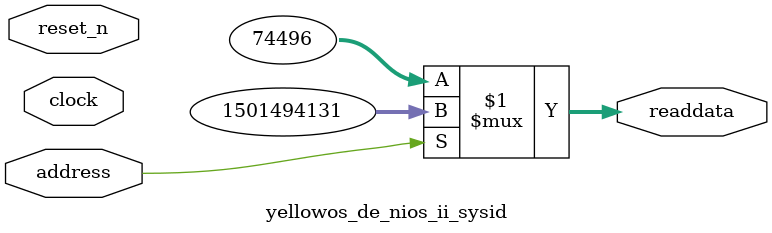
<source format=v>



// synthesis translate_off
`timescale 1ns / 1ps
// synthesis translate_on

// turn off superfluous verilog processor warnings 
// altera message_level Level1 
// altera message_off 10034 10035 10036 10037 10230 10240 10030 

module yellowos_de_nios_ii_sysid (
               // inputs:
                address,
                clock,
                reset_n,

               // outputs:
                readdata
             )
;

  output  [ 31: 0] readdata;
  input            address;
  input            clock;
  input            reset_n;

  wire    [ 31: 0] readdata;
  //control_slave, which is an e_avalon_slave
  assign readdata = address ? 1501494131 : 74496;

endmodule



</source>
